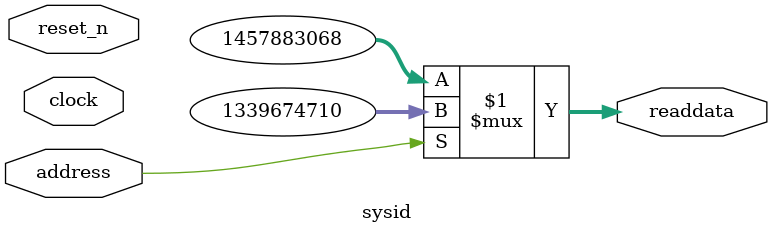
<source format=v>

`timescale 1ns / 1ps
// synthesis translate_on

// turn off superfluous verilog processor warnings 
// altera message_level Level1 
// altera message_off 10034 10035 10036 10037 10230 10240 10030 

module sysid (
               // inputs:
                address,
                clock,
                reset_n,

               // outputs:
                readdata
             )
;

  output  [ 31: 0] readdata;
  input            address;
  input            clock;
  input            reset_n;

  wire    [ 31: 0] readdata;
  //control_slave, which is an e_avalon_slave
  assign readdata = address ? 1339674710 : 1457883068;

endmodule


</source>
